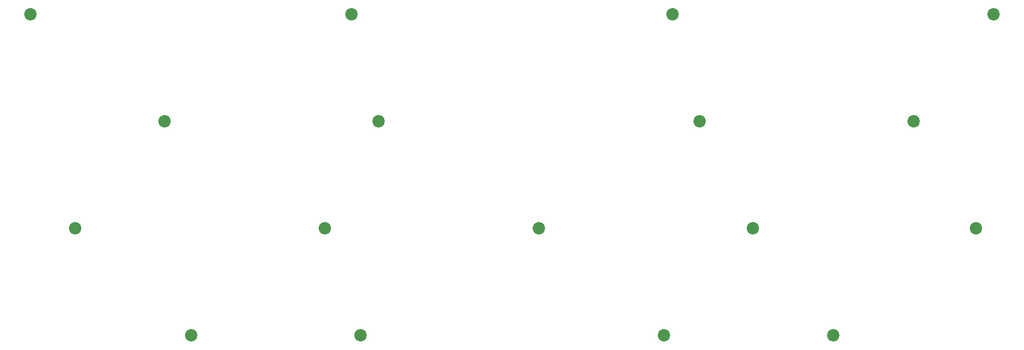
<source format=gbr>
%TF.GenerationSoftware,KiCad,Pcbnew,(7.0.0)*%
%TF.CreationDate,2023-04-11T21:00:29+02:00*%
%TF.ProjectId,travaulta plate rgb,74726176-6175-46c7-9461-20706c617465,rev?*%
%TF.SameCoordinates,Original*%
%TF.FileFunction,Soldermask,Top*%
%TF.FilePolarity,Negative*%
%FSLAX46Y46*%
G04 Gerber Fmt 4.6, Leading zero omitted, Abs format (unit mm)*
G04 Created by KiCad (PCBNEW (7.0.0)) date 2023-04-11 21:00:29*
%MOMM*%
%LPD*%
G01*
G04 APERTURE LIST*
%ADD10C,2.200000*%
G04 APERTURE END LIST*
D10*
%TO.C,H2*%
X120650000Y-57150000D03*
%TD*%
%TO.C,H11*%
X153987500Y-95250000D03*
%TD*%
%TO.C,H1*%
X63500000Y-57150000D03*
%TD*%
%TO.C,H9*%
X71437500Y-95250000D03*
%TD*%
%TO.C,H13*%
X231775000Y-95250000D03*
%TD*%
%TO.C,H5*%
X87312500Y-76200000D03*
%TD*%
%TO.C,H10*%
X115887500Y-95250000D03*
%TD*%
%TO.C,H8*%
X220662500Y-76200000D03*
%TD*%
%TO.C,H15*%
X122237500Y-114300000D03*
%TD*%
%TO.C,H3*%
X177800000Y-57150000D03*
%TD*%
%TO.C,H17*%
X206375000Y-114300000D03*
%TD*%
%TO.C,H4*%
X234950000Y-57150000D03*
%TD*%
%TO.C,H6*%
X125412500Y-76200000D03*
%TD*%
%TO.C,H16*%
X176212500Y-114300000D03*
%TD*%
%TO.C,H12*%
X192087500Y-95250000D03*
%TD*%
%TO.C,H7*%
X182562500Y-76200000D03*
%TD*%
%TO.C,H14*%
X92075000Y-114300000D03*
%TD*%
M02*

</source>
